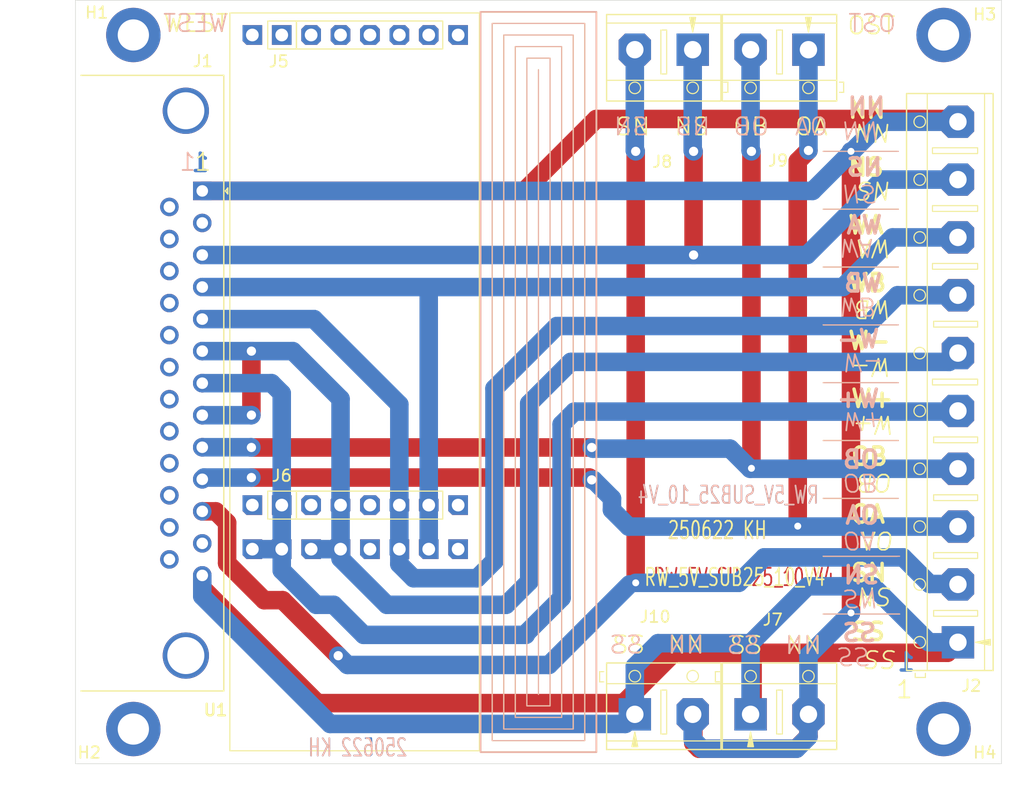
<source format=kicad_pcb>
(kicad_pcb (version 20240108) (generator "pcbnew") (generator_version "8.0")
  (layers (0 "F.Cu" signal) (31 "B.Cu" signal) (34 "B.Paste" user) (35 "F.Paste" user) (36 "B.SilkS" user "B.Silkscreen") (37 "F.SilkS" user "F.Silkscreen") (38 "B.Mask" user) (39 "F.Mask" user) (44 "Edge.Cuts" user))
  (net 0 "")
  (net 2 "/WB")
  (net 5 "/NN")
  (net 7 "/OB")
  (net 10 "/WA")
  (net 13 "/SN")
  (net 16 "/W-")
  (net 17 "/W+")
  (net 18 "/SS")
  (net 19 "/OA")
  (net 23 "/NS")
  (footprint "MountingHole:MountingHole_2.7mm_M2.5_DIN965_Pad_TopBottom" (layer "F.Cu") (at 102.9 87.94)
    (property "Reference" "H4" (at 3.556 2.032 0) (layer "F.SilkS"))
    (property "Value" "MountingHole" (hide yes))
    (pad "1" thru_hole circle (at 0 0) (size 3.1 3.1) (drill 2.7) (layers "*.Cu" "*.Mask"))
    (pad "1" connect circle (at 0 0) (size 4.7 4.7) (layers "F.Cu" "F.Mask"))
    (pad "1" connect circle (at 0 0) (size 4.7 4.7) (layers "B.Cu" "B.Mask"))
  )
  (footprint "_kh_library:Screw_Terminal_01x02_P5" (layer "F.Cu") (at 81.225 29.21 -90)
    (property "Reference" "J8" (at 9.69 2.625 0) (layer "F.SilkS"))
    (property "Value" "Screw_Terminal_01x02_P5" (hide yes))
    (fp_line (start -2.3 -2.44) (end -2.3 7.44) (stroke (width 0.1)) (layer "F.SilkS"))
    (fp_line (start 2.65 -2.44) (end 2.65 7.44) (stroke (width 0.1)) (layer "F.SilkS"))
    (fp_line (start 2.81 -3.04) (end 2.81 -2.68) (stroke (width 0.1)) (layer "F.SilkS"))
    (fp_line (start 2.81 -3.04) (end 3.69 -3.04) (stroke (width 0.1)) (layer "F.SilkS"))
    (fp_line (start 3.69 -3.04) (end 3.69 -2.68) (stroke (width 0.1)) (layer "F.SilkS"))
    (fp_rect (start -1.7 2.25) (end 2.1 2.75) (stroke (width 0.1)) (fill none) (layer "F.SilkS"))
    (fp_rect (start -3.04 -2.44) (end 4.44 7.44) (stroke (width 0.12)) (fill none) (layer "F.SilkS"))
    (fp_circle (center 3.3 5) (end 3.8 5) (stroke (width 0.1)) (fill none) (layer "F.SilkS"))
    (fp_circle (center 3.3 0) (end 3.8 0) (stroke (width 0.1)) (fill none) (layer "F.SilkS"))
    (fp_poly (pts (xy -2.794 -0.254) (xy -1.524 0) (xy -2.794 0.254)) (stroke (width 0.1)) (fill solid) (layer "F.SilkS"))
    (pad "1" thru_hole rect (at 0 0 270) (size 2.8 2.8) (drill 1.5) (layers "*.Cu" "*.Mask") (net 23 "/NS"))
    (pad "2" thru_hole roundrect (at 0 5 270) (size 2.8 2.8) (drill 1.5) (layers "*.Cu" "*.Mask") (roundrect_rratio 0) (chamfer_ratio 0.2) (chamfer top_left top_right bottom_left bottom_right) (net 13 "/SN"))
  )
  (footprint "_kh_library:Screw_Terminal_01x02_P5" (layer "F.Cu") (at 76.225 86.67 90)
    (property "Reference" "J10" (at 8.438 1.753 0) (layer "F.SilkS"))
    (property "Value" "Screw_Terminal_01x02_P5")
    (fp_line (start 3.69 -3.04) (end 3.69 -2.68) (stroke (width 0.1)) (layer "F.SilkS"))
    (fp_line (start 2.81 -3.04) (end 3.69 -3.04) (stroke (width 0.1)) (layer "F.SilkS"))
    (fp_line (start 2.81 -3.04) (end 2.81 -2.68) (stroke (width 0.1)) (layer "F.SilkS"))
    (fp_line (start 2.65 -2.44) (end 2.65 7.44) (stroke (width 0.1)) (layer "F.SilkS"))
    (fp_line (start -2.3 -2.44) (end -2.3 7.44) (stroke (width 0.1)) (layer "F.SilkS"))
    (fp_rect (start -3.04 -2.44) (end 4.44 7.44) (stroke (width 0.12)) (fill none) (layer "F.SilkS"))
    (fp_rect (start -1.7 2.25) (end 2.1 2.75) (stroke (width 0.1)) (fill none) (layer "F.SilkS"))
    (fp_circle (center 3.3 0) (end 3.8 0) (stroke (width 0.1)) (fill none) (layer "F.SilkS"))
    (fp_circle (center 3.3 5) (end 3.8 5) (stroke (width 0.1)) (fill none) (layer "F.SilkS"))
    (fp_poly (pts (xy -2.794 -0.254) (xy -1.524 0) (xy -2.794 0.254)) (stroke (width 0.1)) (fill solid) (layer "F.SilkS"))
    (pad "1" thru_hole rect (at 0 0 90) (size 2.8 2.8) (drill 1.5) (layers "*.Cu" "*.Mask") (net 18 "/SS"))
    (pad "2" thru_hole roundrect (at 0 5 90) (size 2.8 2.8) (drill 1.5) (layers "*.Cu" "*.Mask") (roundrect_rratio 0) (chamfer_ratio 0.2) (chamfer top_left top_right bottom_left bottom_right) (net 5 "/NN"))
  )
  (footprint "MountingHole:MountingHole_2.7mm_M2.5_DIN965_Pad_TopBottom" (layer "F.Cu") (at 102.9 27.94)
    (property "Reference" "H3" (at 3.556 -1.778 0) (layer "F.SilkS"))
    (property "Value" "MountingHole" (hide yes))
    (pad "1" thru_hole circle (at 0 0) (size 3.1 3.1) (drill 2.7) (layers "*.Cu" "*.Mask"))
    (pad "1" connect circle (at 0 0) (size 4.7 4.7) (layers "F.Cu" "F.Mask"))
    (pad "1" connect circle (at 0 0) (size 4.7 4.7) (layers "B.Cu" "B.Mask"))
  )
  (footprint "_kh_library:PinSocket_1x06_P2.54mm_Vertical_1.1_kh" (layer "F.Cu") (at 45.72 68.58 90)
    (property "Reference" "J6" (at 2.54 0 180) (layer "F.SilkS"))
    (property "Value" "Conn_01x06")
    (fp_line (start -1.21 1.27) (end 1.21 1.27) (stroke (width 0.12)) (layer "F.SilkS"))
    (fp_rect (start -1.21 -1.21) (end 1.21 13.91) (stroke (width 0.1)) (fill none) (layer "F.SilkS"))
    (pad "1" thru_hole rect (at 0 0 90) (size 1.7 1.7) (drill 1.1) (layers "*.Cu" "*.Mask") (net 17 "/W+"))
    (pad "2" thru_hole roundrect (at 0 2.54 90) (size 1.7 1.7) (drill 1.1) (layers "*.Cu" "*.Mask") (roundrect_rratio 0) (chamfer_ratio 0.2) (chamfer top_left top_right bottom_left bottom_right))
    (pad "3" thru_hole roundrect (at 0 5.08 90) (size 1.7 1.7) (drill 1.1) (layers "*.Cu" "*.Mask") (roundrect_rratio 0) (chamfer_ratio 0.2) (chamfer top_left top_right bottom_left bottom_right) (net 16 "/W-"))
    (pad "4" thru_hole roundrect (at 0 7.62 90) (size 1.7 1.7) (drill 1.1) (layers "*.Cu" "*.Mask") (roundrect_rratio 0) (chamfer_ratio 0.2) (chamfer top_left top_right bottom_left bottom_right))
    (pad "5" thru_hole roundrect (at 0 10.16 90) (size 1.7 1.7) (drill 1.1) (layers "*.Cu" "*.Mask") (roundrect_rratio 0) (chamfer_ratio 0.2) (chamfer top_left top_right bottom_left bottom_right) (net 2 "/WB"))
    (pad "6" thru_hole roundrect (at 0 12.7 90) (size 1.7 1.7) (drill 1.1) (layers "*.Cu" "*.Mask") (roundrect_rratio 0) (chamfer_ratio 0.2) (chamfer top_left top_right bottom_left bottom_right) (net 10 "/WA"))
  )
  (footprint "MountingHole:MountingHole_2.7mm_M2.5_DIN965_Pad_TopBottom" (layer "F.Cu") (at 32.9 27.94)
    (property "Reference" "H1" (at -3.17 -1.94 0) (layer "F.SilkS"))
    (property "Value" "MountingHole" (hide yes))
    (pad "1" thru_hole circle (at 0 0) (size 3.1 3.1) (drill 2.7) (layers "*.Cu" "*.Mask"))
    (pad "1" connect circle (at 0 0) (size 4.7 4.7) (layers "F.Cu" "F.Mask"))
    (pad "1" connect circle (at 0 0) (size 4.7 4.7) (layers "B.Cu" "B.Mask"))
  )
  (footprint "_kh_library:PinSocket_1x06_P2.54mm_Vertical_1.1_kh" (layer "F.Cu") (at 45.72 27.94 90)
    (property "Reference" "J5" (at -2.286 -0.254 180) (layer "F.SilkS"))
    (property "Value" "Conn_01x06")
    (fp_line (start -1.21 1.27) (end 1.21 1.27) (stroke (width 0.12)) (layer "F.SilkS"))
    (fp_rect (start -1.21 -1.21) (end 1.21 13.91) (stroke (width 0.1)) (fill none) (layer "F.SilkS"))
    (pad "1" thru_hole rect (at 0 0 90) (size 1.7 1.7) (drill 1.1) (layers "*.Cu" "*.Mask"))
    (pad "2" thru_hole roundrect (at 0 2.54 90) (size 1.7 1.7) (drill 1.1) (layers "*.Cu" "*.Mask") (roundrect_rratio 0) (chamfer_ratio 0.2) (chamfer top_left top_right bottom_left bottom_right))
    (pad "3" thru_hole roundrect (at 0 5.08 90) (size 1.7 1.7) (drill 1.1) (layers "*.Cu" "*.Mask") (roundrect_rratio 0) (chamfer_ratio 0.2) (chamfer top_left top_right bottom_left bottom_right))
    (pad "4" thru_hole roundrect (at 0 7.62 90) (size 1.7 1.7) (drill 1.1) (layers "*.Cu" "*.Mask") (roundrect_rratio 0) (chamfer_ratio 0.2) (chamfer top_left top_right bottom_left bottom_right))
    (pad "5" thru_hole roundrect (at 0 10.16 90) (size 1.7 1.7) (drill 1.1) (layers "*.Cu" "*.Mask") (roundrect_rratio 0) (chamfer_ratio 0.2) (chamfer top_left top_right bottom_left bottom_right))
    (pad "6" thru_hole roundrect (at 0 12.7 90) (size 1.7 1.7) (drill 1.1) (layers "*.Cu" "*.Mask") (roundrect_rratio 0) (chamfer_ratio 0.2) (chamfer top_left top_right bottom_left bottom_right))
  )
  (footprint "_kh_library:AC_5V_supply_6pol_PinsOnly" (layer "F.Cu") (at 43.18 72.39 90)
    (property "Reference" "U1" (at -13.91 -3.18 0) (layer "F.SilkS") (effects (font (thickness 0.2) (bold yes))))
    (property "Value" "~" (hide yes))
    (pad "1" thru_hole roundrect (at 0 0 90) (size 1.7 1.7) (drill 1.1) (layers "*.Cu" "*.Mask") (roundrect_rratio 0) (chamfer_ratio 0.2) (chamfer top_left) (net 17 "/W+"))
    (pad "2" thru_hole roundrect (at 0 2.54 90) (size 1.7 1.7) (drill 1.1) (layers "*.Cu" "*.Mask") (roundrect_rratio 0) (chamfer_ratio 0.2) (chamfer top_left) (net 17 "/W+"))
    (pad "3" thru_hole roundrect (at 0 5.08 90) (size 1.7 1.7) (drill 1.1) (layers "*.Cu" "*.Mask") (roundrect_rratio 0) (chamfer_ratio 0.2) (chamfer top_left) (net 16 "/W-"))
    (pad "4" thru_hole roundrect (at 0 7.62 90) (size 1.7 1.7) (drill 1.1) (layers "*.Cu" "*.Mask") (roundrect_rratio 0) (chamfer_ratio 0.2) (chamfer top_left) (net 16 "/W-"))
    (pad "5" thru_hole roundrect (at 0 10.16 90) (size 1.7 1.7) (drill 1.1) (layers "*.Cu" "*.Mask") (roundrect_rratio 0) (chamfer_ratio 0.2) (chamfer top_left))
    (pad "6" thru_hole roundrect (at 0 12.7 90) (size 1.7 1.7) (drill 1.1) (layers "*.Cu" "*.Mask") (roundrect_rratio 0) (chamfer_ratio 0.2) (chamfer top_left) (net 2 "/WB"))
    (pad "7" thru_hole roundrect (at 0 15.24 90) (size 1.7 1.7) (drill 1.1) (layers "*.Cu" "*.Mask") (roundrect_rratio 0) (chamfer_ratio 0.2) (chamfer top_left) (net 10 "/WA"))
    (pad "8" thru_hole roundrect (at 0 17.78 90) (size 1.7 1.7) (drill 1.1) (layers "*.Cu" "*.Mask") (roundrect_rratio 0) (chamfer_ratio 0.2) (chamfer top_left))
    (pad "9" thru_hole roundrect (at 3.81 0 90) (size 1.7 1.7) (drill 1.1) (layers "*.Cu" "*.Mask") (roundrect_rratio 0) (chamfer_ratio 0.2) (chamfer top_left))
    (pad "10" thru_hole roundrect (at 3.81 17.78 90) (size 1.7 1.7) (drill 1.1) (layers "*.Cu" "*.Mask") (roundrect_rratio 0) (chamfer_ratio 0.2) (chamfer top_left))
    (pad "11" thru_hole roundrect (at 44.45 0 90) (size 1.7 1.7) (drill 1.1) (layers "*.Cu" "*.Mask") (roundrect_rratio 0) (chamfer_ratio 0.2) (chamfer top_left))
    (pad "12" thru_hole roundrect (at 44.45 17.78 90) (size 1.7 1.7) (drill 1.1) (layers "*.Cu" "*.Mask") (roundrect_rratio 0) (chamfer_ratio 0.2) (chamfer top_left))
  )
  (footprint "_kh_library:DSUB-25_Male_Horizontal_P2.77x2.84mm_EdgePinOffset7.70mm_Housed_MountingHolesOffset9.12mm" (layer "F.Cu") (at 38.854 41.42 -90)
    (property "Reference" "J1" (at -11.22 -0.046 180) (layer "F.SilkS"))
    (property "Value" "DB25_Plug")
    (fp_line (start -9.99 10.48) (end -9.99 -1.86) (stroke (width 0.12)) (layer "F.SilkS"))
    (fp_line (start -9.99 -1.86) (end 43.23 -1.86) (stroke (width 0.12)) (layer "F.SilkS"))
    (fp_line (start 43.23 -1.86) (end 43.23 10.48) (stroke (width 0.12)) (layer "F.SilkS"))
    (fp_line (start 0 -2) (end -0.25 -2.2) (stroke (width 0.12)) (layer "F.SilkS"))
    (fp_line (start -0.25 -2.2) (end 0.25 -2.2) (stroke (width 0.12)) (layer "F.SilkS"))
    (fp_line (start 0.254 -2.2) (end 0 -2) (stroke (width 0.12)) (layer "F.SilkS"))
    (pad "0" thru_hole circle (at -6.93 1.42 270) (size 4 4) (drill 3.2) (layers "*.Cu" "*.Mask"))
    (pad "0" thru_hole circle (at 40.17 1.42 270) (size 4 4) (drill 3.2) (layers "*.Cu" "*.Mask"))
    (pad "1" thru_hole rect (at 0 0 270) (size 1.6 1.6) (drill 1) (layers "*.Cu" "*.Mask") (net 5 "/NN"))
    (pad "2" thru_hole circle (at 2.77 0 270) (size 1.6 1.6) (drill 1) (layers "*.Cu" "*.Mask"))
    (pad "3" thru_hole circle (at 5.54 0 270) (size 1.6 1.6) (drill 1) (layers "*.Cu" "*.Mask") (net 23 "/NS"))
    (pad "4" thru_hole circle (at 8.31 0 270) (size 1.6 1.6) (drill 1) (layers "*.Cu" "*.Mask") (net 10 "/WA"))
    (pad "5" thru_hole circle (at 11.08 0 270) (size 1.6 1.6) (drill 1) (layers "*.Cu" "*.Mask") (net 2 "/WB"))
    (pad "6" thru_hole circle (at 13.85 0 270) (size 1.6 1.6) (drill 1) (layers "*.Cu" "*.Mask") (net 16 "/W-"))
    (pad "7" thru_hole circle (at 16.62 0 270) (size 1.6 1.6) (drill 1) (layers "*.Cu" "*.Mask") (net 17 "/W+"))
    (pad "8" thru_hole circle (at 19.39 0 270) (size 1.6 1.6) (drill 1) (layers "*.Cu" "*.Mask") (net 16 "/W-"))
    (pad "9" thru_hole circle (at 22.16 0 270) (size 1.6 1.6) (drill 1) (layers "*.Cu" "*.Mask") (net 7 "/OB"))
    (pad "10" thru_hole circle (at 24.93 0 270) (size 1.6 1.6) (drill 1) (layers "*.Cu" "*.Mask") (net 19 "/OA"))
    (pad "11" thru_hole circle (at 27.7 0 270) (size 1.6 1.6) (drill 1) (layers "*.Cu" "*.Mask") (net 13 "/SN"))
    (pad "12" thru_hole circle (at 30.47 0 270) (size 1.6 1.6) (drill 1) (layers "*.Cu" "*.Mask"))
    (pad "13" thru_hole circle (at 33.24 0 270) (size 1.6 1.6) (drill 1) (layers "*.Cu" "*.Mask") (net 18 "/SS"))
    (pad "14" thru_hole circle (at 1.385 2.84 270) (size 1.6 1.6) (drill 1) (layers "*.Cu" "*.Mask"))
    (pad "15" thru_hole circle (at 4.155 2.84 270) (size 1.6 1.6) (drill 1) (layers "*.Cu" "*.Mask"))
    (pad "16" thru_hole circle (at 6.925 2.84 270) (size 1.6 1.6) (drill 1) (layers "*.Cu" "*.Mask"))
    (pad "17" thru_hole circle (at 9.695 2.84 270) (size 1.6 1.6) (drill 1) (layers "*.Cu" "*.Mask"))
    (pad "18" thru_hole circle (at 12.465 2.84 270) (size 1.6 1.6) (drill 1) (layers "*.Cu" "*.Mask"))
    (pad "19" thru_hole circle (at 15.235 2.84 270) (size 1.6 1.6) (drill 1) (layers "*.Cu" "*.Mask"))
    (pad "20" thru_hole circle (at 18.005 2.84 270) (size 1.6 1.6) (drill 1) (layers "*.Cu" "*.Mask"))
    (pad "21" thru_hole circle (at 20.775 2.84 270) (size 1.6 1.6) (drill 1) (layers "*.Cu" "*.Mask"))
    (pad "22" thru_hole circle (at 23.545 2.84 270) (size 1.6 1.6) (drill 1) (layers "*.Cu" "*.Mask"))
    (pad "23" thru_hole circle (at 26.315 2.84 270) (size 1.6 1.6) (drill 1) (layers "*.Cu" "*.Mask"))
    (pad "24" thru_hole circle (at 29.085 2.84 270) (size 1.6 1.6) (drill 1) (layers "*.Cu" "*.Mask"))
    (pad "25" thru_hole circle (at 31.855 2.84 270) (size 1.6 1.6) (drill 1) (layers "*.Cu" "*.Mask"))
  )
  (footprint "_kh_library:Screw_Terminal_01x02_P5" (layer "F.Cu") (at 86.225 86.67 90)
    (property "Reference" "J7" (at 8.184 1.913 0) (layer "F.SilkS"))
    (property "Value" "Screw_Terminal_01x02_P5" (hide yes))
    (fp_line (start 3.69 -3.04) (end 3.69 -2.68) (stroke (width 0.1)) (layer "F.SilkS"))
    (fp_line (start 2.81 -3.04) (end 3.69 -3.04) (stroke (width 0.1)) (layer "F.SilkS"))
    (fp_line (start 2.81 -3.04) (end 2.81 -2.68) (stroke (width 0.1)) (layer "F.SilkS"))
    (fp_line (start 2.65 -2.44) (end 2.65 7.44) (stroke (width 0.1)) (layer "F.SilkS"))
    (fp_line (start -2.3 -2.44) (end -2.3 7.44) (stroke (width 0.1)) (layer "F.SilkS"))
    (fp_rect (start -3.04 -2.44) (end 4.44 7.44) (stroke (width 0.12)) (fill none) (layer "F.SilkS"))
    (fp_rect (start -1.7 2.25) (end 2.1 2.75) (stroke (width 0.1)) (fill none) (layer "F.SilkS"))
    (fp_circle (center 3.3 0) (end 3.8 0) (stroke (width 0.1)) (fill none) (layer "F.SilkS"))
    (fp_circle (center 3.3 5) (end 3.8 5) (stroke (width 0.1)) (fill none) (layer "F.SilkS"))
    (fp_poly (pts (xy -2.794 -0.254) (xy -1.524 0) (xy -2.794 0.254)) (stroke (width 0.1)) (fill solid) (layer "F.SilkS"))
    (pad "1" thru_hole rect (at 0 0 90) (size 2.8 2.8) (drill 1.5) (layers "*.Cu" "*.Mask") (net 18 "/SS"))
    (pad "2" thru_hole roundrect (at 0 5 90) (size 2.8 2.8) (drill 1.5) (layers "*.Cu" "*.Mask") (roundrect_rratio 0) (chamfer_ratio 0.2) (chamfer top_left top_right bottom_left bottom_right) (net 5 "/NN"))
  )
  (footprint "MountingHole:MountingHole_2.7mm_M2.5_DIN965_Pad_TopBottom" (layer "F.Cu") (at 32.9 87.94)
    (property "Reference" "H2" (at -3.81 2.032 0) (layer "F.SilkS"))
    (property "Value" "MountingHole" (hide yes))
    (pad "1" thru_hole circle (at 0 0) (size 3.1 3.1) (drill 2.7) (layers "*.Cu" "*.Mask"))
    (pad "1" connect circle (at 0 0) (size 4.7 4.7) (layers "F.Cu" "F.Mask"))
    (pad "1" connect circle (at 0 0) (size 4.7 4.7) (layers "B.Cu" "B.Mask"))
  )
  (footprint "_kh_library:Screw_Terminal_01x10_P5" (layer "F.Cu") (at 104.14 80.44 180)
    (property "Reference" "J2" (at -1.16 -3.76 180) (layer "F.SilkS"))
    (property "Value" "Screw_Terminal_01x10_P5")
    (fp_line (start 3.69 -3.04) (end 3.69 -2.68) (stroke (width 0.1)) (layer "F.SilkS"))
    (fp_line (start 2.81 -3.04) (end 3.69 -3.04) (stroke (width 0.1)) (layer "F.SilkS"))
    (fp_line (start 2.81 -3.04) (end 2.81 -2.68) (stroke (width 0.1)) (layer "F.SilkS"))
    (fp_line (start 2.65 -2.44) (end 2.65 47.44) (stroke (width 0.1)) (layer "F.SilkS"))
    (fp_line (start -2.3 -2.44) (end -2.3 47.44) (stroke (width 0.1)) (layer "F.SilkS"))
    (fp_rect (start -1.7 42.25) (end 2.2 42.75) (stroke (width 0.1)) (fill none) (layer "F.SilkS"))
    (fp_rect (start -1.7 37.25) (end 2.2 37.75) (stroke (width 0.1)) (fill none) (layer "F.SilkS"))
    (fp_rect (start -1.7 32.25) (end 2.2 32.75) (stroke (width 0.1)) (fill none) (layer "F.SilkS"))
    (fp_rect (start -1.7 27.25) (end 2.1 27.75) (stroke (width 0.1)) (fill none) (layer "F.SilkS"))
    (fp_rect (start -1.7 22.25) (end 2.2 22.75) (stroke (width 0.1)) (fill none) (layer "F.SilkS"))
    (fp_rect (start -1.7 17.25) (end 2.1 17.75) (stroke (width 0.1)) (fill none) (layer "F.SilkS"))
    (fp_rect (start -1.7 12.25) (end 2.1 12.75) (stroke (width 0.1)) (fill none) (layer "F.SilkS"))
    (fp_rect (start -1.7 7.25) (end 2.1 7.75) (stroke (width 0.1)) (fill none) (layer "F.SilkS"))
    (fp_rect (start -1.7 2.25) (end 2.1 2.75) (stroke (width 0.1)) (fill none) (layer "F.SilkS"))
    (fp_rect (start -3.04 -2.44) (end 4.44 47.44) (stroke (width 0.12)) (fill none) (layer "F.SilkS"))
    (fp_circle (center 3.3 45) (end 3.8 45) (stroke (width 0.1)) (fill none) (layer "F.SilkS"))
    (fp_circle (center 3.3 40) (end 3.8 40) (stroke (width 0.1)) (fill none) (layer "F.SilkS"))
    (fp_circle (center 3.3 35) (end 3.8 35) (stroke (width 0.1)) (fill none) (layer "F.SilkS"))
    (fp_circle (center 3.3 30) (end 3.8 30) (stroke (width 0.1)) (fill none) (layer "F.SilkS"))
    (fp_circle (center 3.3 25) (end 3.8 25) (stroke (width 0.1)) (fill none) (layer "F.SilkS"))
    (fp_circle (center 3.3 20) (end 3.8 20) (stroke (width 0.1)) (fill none) (layer "F.SilkS"))
    (fp_circle (center 3.3 15) (end 3.8 15) (stroke (width 0.1)) (fill none) (layer "F.SilkS"))
    (fp_circle (center 3.3 10) (end 3.8 10) (stroke (width 0.1)) (fill none) (layer "F.SilkS"))
    (fp_circle (center 3.3 5) (end 3.8 5) (stroke (width 0.1)) (fill none) (layer "F.SilkS"))
    (fp_circle (center 3.3 0) (end 3.8 0) (stroke (width 0.1)) (fill none) (layer "F.SilkS"))
    (fp_poly (pts (xy -2.794 -0.254) (xy -1.524 0) (xy -2.794 0.254)) (stroke (width 0.1)) (fill solid) (layer "F.SilkS"))
    (pad "1" thru_hole rect (at 0 0 180) (size 2.8 2.8) (drill 1.5) (layers "*.Cu" "*.Mask") (net 18 "/SS"))
    (pad "2" thru_hole roundrect (at 0 5 180) (size 2.8 2.8) (drill 1.5) (layers "*.Cu" "*.Mask") (roundrect_rratio 0) (chamfer_ratio 0.2) (chamfer top_left top_right bottom_left bottom_right) (net 13 "/SN"))
    (pad "3" thru_hole roundrect (at 0 10 180) (size 2.8 2.8) (drill 1.5) (layers "*.Cu" "*.Mask") (roundrect_rratio 0) (chamfer_ratio 0.2) (chamfer top_left top_right bottom_left bottom_right) (net 19 "/OA"))
    (pad "4" thru_hole roundrect (at 0 15 180) (size 2.8 2.8) (drill 1.5) (layers "*.Cu" "*.Mask") (roundrect_rratio 0) (chamfer_ratio 0.2) (chamfer top_left top_right bottom_left bottom_right) (net 7 "/OB"))
    (pad "5" thru_hole roundrect (at 0 20 180) (size 2.8 2.8) (drill 1.5) (layers "*.Cu" "*.Mask") (roundrect_rratio 0) (chamfer_ratio 0.2) (chamfer top_left top_right bottom_left bottom_right) (net 17 "/W+"))
    (pad "6" thru_hole roundrect (at 0 25 180) (size 2.8 2.8) (drill 1.5) (layers "*.Cu" "*.Mask") (roundrect_rratio 0) (chamfer_ratio 0.2) (chamfer top_left top_right bottom_left bottom_right) (net 16 "/W-"))
    (pad "7" thru_hole roundrect (at 0 30 180) (size 2.8 2.8) (drill 1.5) (layers "*.Cu" "*.Mask") (roundrect_rratio 0) (chamfer_ratio 0.2) (chamfer top_left top_right bottom_left bottom_right) (net 2 "/WB"))
    (pad "8" thru_hole roundrect (at 0 35 180) (size 2.8 2.8) (drill 1.5) (layers "*.Cu" "*.Mask") (roundrect_rratio 0) (chamfer_ratio 0.2) (chamfer top_left top_right bottom_left bottom_right) (net 10 "/WA"))
    (pad "9" thru_hole roundrect (at 0 40 180) (size 2.8 2.8) (drill 1.5) (layers "*.Cu" "*.Mask") (roundrect_rratio 0) (chamfer_ratio 0.2) (chamfer top_left top_right bottom_left bottom_right) (net 23 "/NS"))
    (pad "10" thru_hole roundrect (at 0 45 180) (size 2.8 2.8) (drill 1.5) (layers "*.Cu" "*.Mask") (roundrect_rratio 0) (chamfer_ratio 0.2) (chamfer top_left top_right bottom_left bottom_right) (net 5 "/NN"))
  )
  (footprint "_kh_library:Screw_Terminal_01x02_P5" (layer "F.Cu") (at 91.225 29.21 -90)
    (property "Reference" "J9" (at 9.59 2.625 0) (layer "F.SilkS"))
    (property "Value" "Screw_Terminal_01x02_P5" (hide yes))
    (fp_line (start -2.3 -2.44) (end -2.3 7.44) (stroke (width 0.1)) (layer "F.SilkS"))
    (fp_line (start 2.65 -2.44) (end 2.65 7.44) (stroke (width 0.1)) (layer "F.SilkS"))
    (fp_line (start 2.81 -3.04) (end 2.81 -2.68) (stroke (width 0.1)) (layer "F.SilkS"))
    (fp_line (start 2.81 -3.04) (end 3.69 -3.04) (stroke (width 0.1)) (layer "F.SilkS"))
    (fp_line (start 3.69 -3.04) (end 3.69 -2.68) (stroke (width 0.1)) (layer "F.SilkS"))
    (fp_rect (start -1.7 2.25) (end 2.1 2.75) (stroke (width 0.1)) (fill none) (layer "F.SilkS"))
    (fp_rect (start -3.04 -2.44) (end 4.44 7.44) (stroke (width 0.12)) (fill none) (layer "F.SilkS"))
    (fp_circle (center 3.3 5) (end 3.8 5) (stroke (width 0.1)) (fill none) (layer "F.SilkS"))
    (fp_circle (center 3.3 0) (end 3.8 0) (stroke (width 0.1)) (fill none) (layer "F.SilkS"))
    (fp_poly (pts (xy -2.794 -0.254) (xy -1.524 0) (xy -2.794 0.254)) (stroke (width 0.1)) (fill solid) (layer "F.SilkS"))
    (pad "1" thru_hole rect (at 0 0 270) (size 2.8 2.8) (drill 1.5) (layers "*.Cu" "*.Mask") (net 19 "/OA"))
    (pad "2" thru_hole roundrect (at 0 5 270) (size 2.8 2.8) (drill 1.5) (layers "*.Cu" "*.Mask") (roundrect_rratio 0) (chamfer_ratio 0.2) (chamfer top_left top_right bottom_left bottom_right) (net 7 "/OB"))
  )
  (gr_line (start 67.9 30.94) (end 67.9 84.94) (stroke (width 0.1)) (layer "B.SilkS"))
  (gr_line (start 99 38) (end 92.5 38) (stroke (width 0.1)) (layer "B.SilkS"))
  (gr_rect (start 65.9 28.94) (end 69.9 86.94) (stroke (width 0.1)) (fill none) (layer "B.SilkS"))
  (gr_line (start 99 58) (end 92.5 58) (stroke (width 0.1)) (layer "B.SilkS"))
  (gr_line (start 99 48) (end 92.5 48) (stroke (width 0.1)) (layer "B.SilkS"))
  (gr_line (start 99 68) (end 92.5 68) (stroke (width 0.1)) (layer "B.SilkS"))
  (gr_line (start 99.1 78) (end 92.5 78) (stroke (width 0.1)) (layer "B.SilkS"))
  (gr_line (start 99.1 73) (end 92.5 73) (stroke (width 0.1)) (layer "B.SilkS"))
  (gr_line (start 99 43) (end 92.5 43) (stroke (width 0.1)) (layer "B.SilkS"))
  (gr_line (start 99 63) (end 92.5 63) (stroke (width 0.1)) (layer "B.SilkS"))
  (gr_rect (start 66.9 29.94) (end 68.9 85.94) (stroke (width 0.1)) (fill none) (layer "B.SilkS"))
  (gr_rect (start 62.9 25.94) (end 72.9 89.94) (stroke (width 0.15)) (fill none) (layer "B.SilkS"))
  (gr_rect (start 64.9 27.94) (end 70.9 87.94) (stroke (width 0.1)) (fill none) (layer "B.SilkS"))
  (gr_rect (start 63.9 26.94) (end 71.9 88.94) (stroke (width 0.1)) (fill none) (layer "B.SilkS"))
  (gr_line (start 99 53) (end 92.5 53) (stroke (width 0.1)) (layer "B.SilkS"))
  (gr_line (start 99.1 78) (end 92.5 78) (stroke (width 0.1)) (layer "F.SilkS"))
  (gr_line (start 99 43) (end 92.5 43) (stroke (width 0.1)) (layer "F.SilkS"))
  (gr_line (start 99 48) (end 92.5 48) (stroke (width 0.1)) (layer "F.SilkS"))
  (gr_rect (start 65.9 28.94) (end 69.9 86.94) (stroke (width 0.1)) (fill none) (layer "F.SilkS"))
  (gr_line (start 98.9 38) (end 92.5 38) (stroke (width 0.1)) (layer "F.SilkS"))
  (gr_line (start 98.9 73) (end 92.5 73) (stroke (width 0.1)) (layer "F.SilkS"))
  (gr_line (start 67.9 30.94) (end 67.9 84.94) (stroke (width 0.1)) (layer "F.SilkS"))
  (gr_rect (start 41.237 26.035) (end 62.791 89.819) (stroke (width 0.1)) (fill none) (layer "F.SilkS"))
  (gr_line (start 99 63) (end 92.5 63) (stroke (width 0.1)) (layer "F.SilkS"))
  (gr_rect (start 62.9 25.94) (end 72.9 89.94) (stroke (width 0.15)) (fill none) (layer "F.SilkS"))
  (gr_rect (start 64.9 27.94) (end 70.9 87.94) (stroke (width 0.1)) (fill none) (layer "F.SilkS"))
  (gr_line (start 98.9 53) (end 92.5 53) (stroke (width 0.1)) (layer "F.SilkS"))
  (gr_rect (start 66.9 29.94) (end 68.9 85.94) (stroke (width 0.1)) (fill none) (layer "F.SilkS"))
  (gr_rect (start 63.9 26.94) (end 71.9 88.94) (stroke (width 0.1)) (fill none) (layer "F.SilkS"))
  (gr_line (start 98.9 58) (end 92.5 58) (stroke (width 0.1)) (layer "F.SilkS"))
  (gr_line (start 98.9 68) (end 92.5 68) (stroke (width 0.1)) (layer "F.SilkS"))
  (gr_rect (start 27.9 24.94) (end 107.9 90.94) (stroke (width 0.05)) (fill none) (layer "Edge.Cuts"))
  (gr_text "250622 KH" (at 78.994 71.628 0) (layer "F.Cu") (effects (font (size 1.5 1) (thickness 0.15) (bold yes)) (justify left bottom)))
  (gr_text "RW_5V_SUB25_10_V4" (at 77.724 75.692 0) (layer "F.Cu") (effects (font (size 1.5 1) (thickness 0.15) (bold yes)) (justify left bottom)))
  (gr_text "1" (at 39.6 38.1 0) (layer "B.Cu") (effects (font (size 1.5 1.5) (thickness 0.3) (bold yes)) (justify left top mirror)))
  (gr_text "RW_5V_SUB25_10_V4" (at 92.202 68.58 0) (layer "B.Cu") (effects (font (size 1.5 1) (thickness 0.15) (bold yes)) (justify left bottom mirror)))
  (gr_text "250522 KH" (at 56.642 90.424 0) (layer "B.Cu") (effects (font (size 1.5 1) (thickness 0.15) (bold yes)) (justify left bottom mirror)))
  (gr_text "1" (at 100.584 81.28 0) (layer "B.Cu") (effects (font (size 1.5 1.5) (thickness 0.3) (bold yes)) (justify left top mirror)))
  (gr_text "OST" (at 98.9 27.8 0) (layer "B.SilkS") (effects (font (size 1.5 1.5)) (justify left bottom mirror)))
  (gr_text "SN" (at 77.508 36.74 0) (layer "B.SilkS") (effects (font (size 1.5 1.5)) (justify left bottom mirror)))
  (gr_text "WEST" (at 41.2 27.8 0) (layer "B.SilkS") (effects (font (size 1.5 1.5)) (justify left bottom mirror)))
  (gr_text "W+" (at 97.5 60.25 0) (layer "B.SilkS") (effects (font (size 1.5 1.5) (thickness 0.3) (bold yes)) (justify left bottom mirror)))
  (gr_text "SS" (at 97.25 80.5 0) (layer "B.SilkS") (effects (font (size 1.5 1.5) (thickness 0.3) (bold yes)) (justify left bottom mirror)))
  (gr_text "RW_5V_SUB25_10_V4" (at 92.202 68.58 0) (layer "B.SilkS") (effects (font (size 1.5 1) (thickness 0.15) (bold yes)) (justify left bottom mirror)))
  (gr_text "NN" (at 98 35 0) (layer "B.SilkS") (effects (font (size 1.5 1.5) (thickness 0.3) (bold yes)) (justify left bottom mirror)))
  (gr_text "SS" (at 93.5 80.75 180) (layer "B.SilkS") (effects (font (size 1.5 1.5) (thickness 0.15) (italic yes)) (justify left bottom mirror)))
  (gr_text "NN" (at 93.948 35.284 180) (layer "B.SilkS") (effects (font (size 1.5 1.5) (thickness 0.15) (italic yes)) (justify left bottom mirror)))
  (gr_text "WB" (at 93.694 50.524 180) (layer "B.SilkS") (effects (font (size 1.5 1.5) (thickness 0.15) (italic yes)) (justify left bottom mirror)))
  (gr_text "SN" (at 97.504 75.5 0) (layer "B.SilkS") (effects (font (size 1.5 1.5) (thickness 0.3) (bold yes)) (justify left bottom mirror)))
  (gr_text "NN" (at 82.296 81.534 0) (layer "B.SilkS") (effects (font (size 1.5 1.5)) (justify left bottom mirror)))
  (gr_text "OB" (at 97.504 65.51 0) (layer "B.SilkS") (effects (font (size 1.5 1.5) (thickness 0.3) (bold yes)) (justify left bottom mirror)))
  (gr_text "OA" (at 97.504 70.336 0) (layer "B.SilkS") (effects (font (size 1.5 1.5) (thickness 0.3) (bold yes)) (justify left bottom mirror)))
  (gr_text "SS" (at 87.106 81.57 0) (layer "B.SilkS") (effects (font (size 1.5 1.5)) (justify left bottom mirror)))
  (gr_text "SS" (at 76.962 81.534 0) (layer "B.SilkS") (effects (font (size 1.5 1.5)) (justify left bottom mirror)))
  (gr_text "NS" (at 82.842 36.74 0) (layer "B.SilkS") (effects (font (size 1.5 1.5)) (justify left bottom mirror)))
  (gr_text "250622 KH" (at 56.642 90.424 0) (layer "B.SilkS") (effects (font (size 1.5 1) (thickness 0.15) (bold yes)) (justify left bottom mirror)))
  (gr_text "OB" (at 87.922 36.74 0) (layer "B.SilkS") (effects (font (size 1.5 1.5)) (justify left bottom mirror)))
  (gr_text "OA" (at 93.002 36.74 0) (layer "B.SilkS") (effects (font (size 1.5 1.5)) (justify left bottom mirror)))
  (gr_text "1" (at 38.4 39.8 0) (layer "B.SilkS") (effects (font (size 1.5 1.5)) (justify left bottom mirror)))
  (gr_text "W-" (at 97.5 55.096 0) (layer "B.SilkS") (effects (font (size 1.5 1.5) (thickness 0.3) (bold yes)) (justify left bottom mirror)))
  (gr_text "WA" (at 93.694 45.444 180) (layer "B.SilkS") (effects (font (size 1.5 1.5) (thickness 0.15) (italic yes)) (justify left bottom mirror)))
  (gr_text "WA" (at 97.75 45.25 0) (layer "B.SilkS") (effects (font (size 1.5 1.5) (thickness 0.3) (bold yes)) (justify left bottom mirror)))
  (gr_text "OB" (at 94 65.75 180) (layer "B.SilkS") (effects (font (size 1.5 1.5) (thickness 0.15) (italic yes)) (justify left bottom mirror)))
  (gr_text "NS" (at 93.948 40.75 180) (layer "B.SilkS") (effects (font (size 1.5 1.5) (thickness 0.15) (italic yes)) (justify left bottom mirror)))
  (gr_text "OA" (at 94 70.75 180) (layer "B.SilkS") (effects (font (size 1.5 1.5) (thickness 0.15) (italic yes)) (justify left bottom mirror)))
  (gr_text "W-" (at 94 55.35 180) (layer "B.SilkS") (effects (font (size 1.5 1.5) (thickness 0.15) (italic yes)) (justify left bottom mirror)))
  (gr_text "NN" (at 92.44 81.57 0) (layer "B.SilkS") (effects (font (size 1.5 1.5)) (justify left bottom mirror)))
  (gr_text "NS" (at 97.75 40.25 0) (layer "B.SilkS") (effects (font (size 1.5 1.5) (thickness 0.3) (bold yes)) (justify left bottom mirror)))
  (gr_text "W+" (at 94 60.43 180) (layer "B.SilkS") (effects (font (size 1.5 1.5) (thickness 0.15) (italic yes)) (justify left bottom mirror)))
  (gr_text "WB" (at 97.75 50.27 0) (layer "B.SilkS") (effects (font (size 1.5 1.5) (thickness 0.3) (bold yes)) (justify left bottom mirror)))
  (gr_text "SN" (at 94 75.75 180) (layer "B.SilkS") (effects (font (size 1.5 1.5) (thickness 0.15) (italic yes)) (justify left bottom mirror)))
  (gr_text "SN" (at 94.75 75.32 0) (layer "F.SilkS") (effects (font (size 1.5 1.5) (thickness 0.3) (bold yes)) (justify left bottom)))
  (gr_text "W+" (at 94.75 60.25 0) (layer "F.SilkS") (effects (font (size 1.5 1.5) (thickness 0.3) (bold yes)) (justify left bottom)))
  (gr_text "NN" (at 98.5 35.5 180) (layer "F.SilkS") (effects (font (size 1.5 1.5) (thickness 0.15) (italic yes)) (justify left bottom)))
  (gr_text "OB" (at 94.75 65.25 0) (layer "F.SilkS") (effects (font (size 1.5 1.5) (thickness 0.3) (bold yes)) (justify left bottom)))
  (gr_text "NS" (at 98.5 40.5 180) (layer "F.SilkS") (effects (font (size 1.5 1.5) (thickness 0.15) (italic yes)) (justify left bottom)))
  (gr_text "WA" (at 94.5 45.25 0) (layer "F.SilkS") (effects (font (size 1.5 1.5) (thickness 0.3) (bold yes)) (justify left bottom)))
  (gr_text "250622 KH" (at 78.994 71.628 0) (layer "F.SilkS") (effects (font (size 1.5 1) (thickness 0.15) (bold yes)) (justify left bottom)))
  (gr_text "OB" (at 98.602 65.75 180) (layer "F.SilkS") (effects (font (size 1.5 1.5) (thickness 0.15) (italic yes)) (justify left bottom)))
  (gr_text "SS" (at 99 81 180) (layer "F.SilkS") (effects (font (size 1.5 1.5) (thickness 0.15) (italic yes)) (justify left bottom)))
  (gr_text "NN" (at 78.994 81.534 0) (layer "F.SilkS") (effects (font (size 1.5 1.5)) (justify left bottom)))
  (gr_text "OA" (at 94.75 70.25 0) (layer "F.SilkS") (effects (font (size 1.5 1.5) (thickness 0.3) (bold yes)) (justify left bottom)))
  (gr_text "1" (at 98.7 85.4 0) (layer "F.SilkS") (effects (font (size 1.5 1.5)) (justify left bottom)))
  (gr_text "OA" (at 98.75 70.75 180) (layer "F.SilkS") (effects (font (size 1.5 1.5) (thickness 0.15) (italic yes)) (justify left bottom)))
  (gr_text "WEST" (at 35.4 27.8 0) (layer "F.SilkS") (effects (font (size 1.5 1.5)) (justify left bottom)))
  (gr_text "NS" (at 94.5 40.25 0) (layer "F.SilkS") (effects (font (size 1.5 1.5) (thickness 0.3) (bold yes)) (justify left bottom)))
  (gr_text "RW_5V_SUB25_10_V4" (at 76.962 75.692 0) (layer "F.SilkS") (effects (font (size 1.5 1) (thickness 0.15) (bold yes)) (justify left bottom)))
  (gr_text "OST" (at 94.5 28 0) (layer "F.SilkS") (effects (font (size 1.5 1.5)) (justify left bottom)))
  (gr_text "NN" (at 94.5 35.25 0) (layer "F.SilkS") (effects (font (size 1.5 1.5) (thickness 0.3) (bold yes)) (justify left bottom)))
  (gr_text "W+" (at 98.75 60.75 180) (layer "F.SilkS") (effects (font (size 1.5 1.5) (thickness 0.15) (italic yes)) (justify left bottom)))
  (gr_text "WB" (at 98.5 50.75 180) (layer "F.SilkS") (effects (font (size 1.5 1.5) (thickness 0.15) (italic yes)) (justify left bottom)))
  (gr_text "NS" (at 79.54 36.74 0) (layer "F.SilkS") (effects (font (size 1.5 1.5)) (justify left bottom)))
  (gr_text "W-" (at 94.5 55.25 0) (layer "F.SilkS") (effects (font (size 1.5 1.5) (thickness 0.3) (bold yes)) (justify left bottom)))
  (gr_text "OA" (at 89.954 36.74 0) (layer "F.SilkS") (effects (font (size 1.5 1.5)) (justify left bottom)))
  (gr_text "W-" (at 98.5 55.75 180) (layer "F.SilkS") (effects (font (size 1.5 1.5) (thickness 0.15) (italic yes)) (justify left bottom)))
  (gr_text "SN" (at 74.46 36.74 0) (layer "F.SilkS") (effects (font (size 1.5 1.5)) (justify left bottom)))
  (gr_text "NN" (at 89.138 81.57 0) (layer "F.SilkS") (effects (font (size 1.5 1.5)) (justify left bottom)))
  (gr_text "SS" (at 94.75 80.4 0) (layer "F.SilkS") (effects (font (size 1.5 1.5) (thickness 0.3) (bold yes)) (justify left bottom)))
  (gr_text "SN" (at 98.602 75.574 180) (layer "F.SilkS") (effects (font (size 1.5 1.5) (thickness 0.15) (italic yes)) (justify left bottom)))
  (gr_text "1" (at 38.1 39.8 0) (layer "F.SilkS") (effects (font (size 1.5 1.5)) (justify left bottom)))
  (gr_text "SS" (at 74.168 81.534 0) (layer "F.SilkS") (effects (font (size 1.5 1.5)) (justify left bottom)))
  (gr_text "WB" (at 94.5 50.25 0) (layer "F.SilkS") (effects (font (size 1.5 1.5) (thickness 0.3) (bold yes)) (justify left bottom)))
  (gr_text "OB" (at 84.62 36.74 0) (layer "F.SilkS") (effects (font (size 1.5 1.5)) (justify left bottom)))
  (gr_text "SS" (at 84.312 81.57 0) (layer "F.SilkS") (effects (font (size 1.5 1.5)) (justify left bottom)))
  (gr_text "WA" (at 98.5 45.5 180) (layer "F.SilkS") (effects (font (size 1.5 1.5) (thickness 0.15) (italic yes)) (justify left bottom)))
  (segment (start 55.88 59.88) (end 55.88 68.58) (width 1.6) (layer "B.Cu") (net 2))
  (segment (start 64.1 58.5) (end 64.1 73.4) (width 1.6) (layer "B.Cu") (net 2))
  (segment (start 55.88 72.39) (end 55.88 68.58) (width 1.6) (layer "B.Cu") (net 2))
  (segment (start 57.1 74.9) (end 55.88 73.68) (width 1.6) (layer "B.Cu") (net 2))
  (segment (start 96.26 53.1) (end 69.5 53.1) (width 1.6) (layer "B.Cu") (net 2))
  (segment (start 64.1 73.4) (end 62.6 74.9) (width 1.6) (layer "B.Cu") (net 2))
  (segment (start 69.5 53.1) (end 64.1 58.5) (width 1.6) (layer "B.Cu") (net 2))
  (segment (start 98.92 50.44) (end 96.26 53.1) (width 1.6) (layer "B.Cu") (net 2))
  (segment (start 104.14 50.44) (end 98.92 50.44) (width 1.6) (layer "B.Cu") (net 2))
  (segment (start 62.6 74.9) (end 57.1 74.9) (width 1.6) (layer "B.Cu") (net 2))
  (segment (start 55.88 73.68) (end 55.88 72.39) (width 1.6) (layer "B.Cu") (net 2))
  (segment (start 38.854 52.5) (end 48.5 52.5) (width 1.6) (layer "B.Cu") (net 2))
  (segment (start 48.5 52.5) (end 55.88 59.88) (width 1.6) (layer "B.Cu") (net 2))
  (segment (start 72.9 35.2) (end 103.9 35.2) (width 1.6) (layer "F.Cu") (net 5))
  (segment (start 91.225 86.67) (end 91.225 88.585) (width 1.6) (layer "F.Cu") (net 5))
  (segment (start 81.766 89.64) (end 81.28 89.154) (width 1.6) (layer "F.Cu") (net 5))
  (segment (start 94.9 38) (end 94.9 77.9) (width 1.6) (layer "F.Cu") (net 5))
  (segment (start 90.17 89.64) (end 81.766 89.64) (width 1.6) (layer "F.Cu") (net 5))
  (segment (start 81.28 89.154) (end 81.28 86.725) (width 1.6) (layer "F.Cu") (net 5))
  (segment (start 91.225 88.585) (end 90.17 89.64) (width 1.6) (layer "F.Cu") (net 5))
  (segment (start 38.854 41.42) (end 66.68 41.42) (width 1.6) (layer "F.Cu") (net 5))
  (segment (start 66.68 41.42) (end 72.9 35.2) (width 1.6) (layer "F.Cu") (net 5))
  (via (at 94.9 38) (size 1.2) (drill 0.6) (layers "F.Cu" "B.Cu") (net 5))
  (via (at 94.9 77.9) (size 1.2) (drill 0.6) (layers "F.Cu" "B.Cu") (net 5))
  (segment (start 94.9 38) (end 94.9 38.1) (width 1.6) (layer "B.Cu") (net 5))
  (segment (start 81.225 86.67) (end 81.225 88.845) (width 1.6) (layer "B.Cu") (net 5))
  (segment (start 91.225 86.67) (end 91.225 88.607) (width 1.6) (layer "B.Cu") (net 5))
  (segment (start 91.58 41.42) (end 38.854 41.42) (width 1.6) (layer "B.Cu") (net 5))
  (segment (start 91.225 86.67) (end 91.225 81.575) (width 1.6) (layer "B.Cu") (net 5))
  (segment (start 91.225 81.575) (end 94.9 77.9) (width 1.6) (layer "B.Cu") (net 5))
  (segment (start 90.192 89.64) (end 82.02 89.64) (width 1.6) (layer "B.Cu") (net 5))
  (segment (start 95 38) (end 94.9 38) (width 1.6) (layer "B.Cu") (net 5))
  (segment (start 104.14 35.44) (end 97.56 35.44) (width 1.6) (layer "B.Cu") (net 5))
  (segment (start 81.225 88.845) (end 82.02 89.64) (width 1.6) (layer "B.Cu") (net 5))
  (segment (start 94.9 38.1) (end 91.58 41.42) (width 1.6) (layer "B.Cu") (net 5))
  (segment (start 91.225 88.607) (end 90.192 89.64) (width 1.6) (layer "B.Cu") (net 5))
  (segment (start 97.56 35.44) (end 95 38) (width 1.6) (layer "B.Cu") (net 5))
  (segment (start 72.5 63.6) (end 43.1 63.6) (width 1.6) (layer "F.Cu") (net 7))
  (segment (start 86.3 38) (end 86.3 65.4) (width 1.6) (layer "F.Cu") (net 7))
  (via (at 86.3 38) (size 1.4) (drill 0.8) (layers "F.Cu" "B.Cu") (net 7))
  (via (at 72.5 63.6) (size 1.4) (drill 0.8) (layers "F.Cu" "B.Cu") (net 7))
  (via (at 86.3 65.4) (size 1.2) (drill 0.6) (layers "F.Cu" "B.Cu") (net 7))
  (via (at 43.1 63.6) (size 1.4) (drill 0.8) (layers "F.Cu" "B.Cu") (net 7))
  (segment (start 86.19 65.44) (end 84.45 63.7) (width 1.6) (layer "B.Cu") (net 7))
  (segment (start 86.225 29.21) (end 86.225 37.925) (width 1.6) (layer "B.Cu") (net 7))
  (segment (start 84.45 63.7) (end 72.6 63.7) (width 1.6) (layer "B.Cu") (net 7))
  (segment (start 104.14 65.44) (end 86.19 65.44) (width 1.6) (layer "B.Cu") (net 7))
  (segment (start 72.6 63.7) (end 72.5 63.6) (width 1.6) (layer "B.Cu") (net 7))
  (segment (start 38.854 63.58) (end 43.08 63.58) (width 1.6) (layer "B.Cu") (net 7))
  (segment (start 43.08 63.58) (end 43.1 63.6) (width 1.6) (layer "B.Cu") (net 7))
  (segment (start 86.225 37.925) (end 86.3 38) (width 1.6) (layer "B.Cu") (net 7))
  (segment (start 104.14 45.44) (end 98.49 45.44) (width 1.6) (layer "B.Cu") (net 10))
  (segment (start 58.42 68.58) (end 58.42 49.75) (width 1.6) (layer "B.Cu") (net 10))
  (segment (start 58.42 72.39) (end 58.42 68.58) (width 1.6) (layer "B.Cu") (net 10))
  (segment (start 94.2 49.73) (end 38.854 49.73) (width 1.6) (layer "B.Cu") (net 10))
  (segment (start 98.49 45.44) (end 94.2 49.73) (width 1.6) (layer "B.Cu") (net 10))
  (segment (start 76.3 38) (end 76.3 75.3) (width 1.6) (layer "F.Cu") (net 13))
  (segment (start 41 70.1) (end 40.02 69.12) (width 1.6) (layer "F.Cu") (net 13))
  (segment (start 45.8 76.8) (end 44.2 76.8) (width 1.6) (layer "F.Cu") (net 13))
  (segment (start 50.6 81.6) (end 45.8 76.8) (width 1.6) (layer "F.Cu") (net 13))
  (segment (start 41 73.6) (end 41 70.1) (width 1.6) (layer "F.Cu") (net 13))
  (segment (start 44.2 76.8) (end 41 73.6) (width 1.6) (layer "F.Cu") (net 13))
  (segment (start 40.02 69.12) (end 38.854 69.12) (width 1.6) (layer "F.Cu") (net 13))
  (via (at 76.3 75.3) (size 1.2) (drill 0.6) (layers "F.Cu" "B.Cu") (net 13))
  (via (at 50.6 81.6) (size 1.4) (drill 0.8) (layers "F.Cu" "B.Cu") (net 13))
  (via (at 76.3 38) (size 1.4) (drill 0.8) (layers "F.Cu" "B.Cu") (net 13))
  (segment (start 104.1 75.4) (end 101.7 75.4) (width 1.6) (layer "B.Cu") (net 13))
  (segment (start 85.2 75.3) (end 76.3 75.3) (width 1.6) (layer "B.Cu") (net 13))
  (segment (start 68.8 82.4) (end 51.4 82.4) (width 1.6) (layer "B.Cu") (net 13))
  (segment (start 51.4 82.4) (end 50.6 81.6) (width 1.6) (layer "B.Cu") (net 13))
  (segment (start 99.4 73.1) (end 87.4 73.1) (width 1.6) (layer "B.Cu") (net 13))
  (segment (start 75.76 75.44) (end 68.8 82.4) (width 1.6) (layer "B.Cu") (net 13))
  (segment (start 87.4 73.1) (end 85.2 75.3) (width 1.6) (layer "B.Cu") (net 13))
  (segment (start 76.225 37.925) (end 76.3 38) (width 1.6) (layer "B.Cu") (net 13))
  (segment (start 101.7 75.4) (end 99.4 73.1) (width 1.6) (layer "B.Cu") (net 13))
  (segment (start 76.225 29.21) (end 76.225 37.925) (width 1.6) (layer "B.Cu") (net 13))
  (segment (start 43.1 60.8) (end 43.1 55.27) (width 1.6) (layer "F.Cu") (net 16))
  (via (at 43.1 55.27) (size 1.4) (drill 0.8) (layers "F.Cu" "B.Cu") (net 16))
  (via (at 43.1 60.8) (size 1.4) (drill 0.8) (layers "F.Cu" "B.Cu") (net 16))
  (segment (start 70.7 56.2) (end 103.38 56.2) (width 1.6) (layer "B.Cu") (net 16))
  (segment (start 67.1 75.2) (end 67.1 59.8) (width 1.6) (layer "B.Cu") (net 16))
  (segment (start 43.1 55.27) (end 46.67 55.27) (width 1.6) (layer "B.Cu") (net 16))
  (segment (start 38.854 55.27) (end 43.1 55.27) (width 1.6) (layer "B.Cu") (net 16))
  (segment (start 50.8 59.4) (end 50.8 68.58) (width 1.6) (layer "B.Cu") (net 16))
  (segment (start 38.854 60.81) (end 43.09 60.81) (width 1.6) (layer "B.Cu") (net 16))
  (segment (start 50.8 72.39) (end 48.26 72.39) (width 1.6) (layer "B.Cu") (net 16))
  (segment (start 67.1 59.8) (end 70.7 56.2) (width 1.6) (layer "B.Cu") (net 16))
  (segment (start 50.8 72.39) (end 50.8 68.58) (width 1.6) (layer "B.Cu") (net 16))
  (segment (start 54.8 77.2) (end 65.1 77.2) (width 1.6) (layer "B.Cu") (net 16))
  (segment (start 65.1 77.2) (end 67.1 75.2) (width 1.6) (layer "B.Cu") (net 16))
  (segment (start 50.8 72.39) (end 50.8 73.2) (width 1.6) (layer "B.Cu") (net 16))
  (segment (start 46.67 55.27) (end 50.8 59.4) (width 1.6) (layer "B.Cu") (net 16))
  (segment (start 103.38 56.2) (end 104.14 55.44) (width 1.6) (layer "B.Cu") (net 16))
  (segment (start 50.8 73.2) (end 54.8 77.2) (width 1.6) (layer "B.Cu") (net 16))
  (segment (start 43.09 60.81) (end 43.1 60.8) (width 1.6) (layer "B.Cu") (net 16))
  (segment (start 38.854 58.04) (end 44.84 58.04) (width 1.6) (layer "B.Cu") (net 17))
  (segment (start 52.8 79.8) (end 66.8 79.8) (width 1.6) (layer "B.Cu") (net 17))
  (segment (start 66.8 79.8) (end 66.8 79.7) (width 1.6) (layer "B.Cu") (net 17))
  (segment (start 45.72 74.22) (end 48.7 77.2) (width 1.6) (layer "B.Cu") (net 17))
  (segment (start 45.72 72.39) (end 45.72 74.22) (width 1.6) (layer "B.Cu") (net 17))
  (segment (start 44.84 58.04) (end 45.72 58.92) (width 1.6) (layer "B.Cu") (net 17))
  (segment (start 45.72 58.92) (end 45.72 68.58) (width 1.6) (layer "B.Cu") (net 17))
  (segment (start 69.9 61.6) (end 71 60.5) (width 1.6) (layer "B.Cu") (net 17))
  (segment (start 45.72 72.39) (end 43.18 72.39) (width 1.6) (layer "B.Cu") (net 17))
  (segment (start 48.7 77.2) (end 50.2 77.2) (width 1.6) (layer "B.Cu") (net 17))
  (segment (start 45.72 72.39) (end 45.72 68.58) (width 1.6) (layer "B.Cu") (net 17))
  (segment (start 69.9 76.6) (end 69.9 61.6) (width 1.6) (layer "B.Cu") (net 17))
  (segment (start 50.2 77.2) (end 52.8 79.8) (width 1.6) (layer "B.Cu") (net 17))
  (segment (start 71 60.5) (end 104.08 60.5) (width 1.6) (layer "B.Cu") (net 17))
  (segment (start 66.8 79.7) (end 69.9 76.6) (width 1.6) (layer "B.Cu") (net 17))
  (segment (start 75.255 85.7) (end 76.225 86.67) (width 1.6) (layer "F.Cu") (net 18))
  (segment (start 86.4 81.35) (end 86.4 86.495) (width 1.6) (layer "F.Cu") (net 18))
  (segment (start 48.8 85.7) (end 75.255 85.7) (width 1.6) (layer "F.Cu") (net 18))
  (segment (start 79.605 81.35) (end 86.4 81.35) (width 1.6) (layer "F.Cu") (net 18))
  (segment (start 75.255 85.7) (end 79.605 81.35) (width 1.6) (layer "F.Cu") (net 18))
  (segment (start 38.854 75.754) (end 48.8 85.7) (width 1.6) (layer "F.Cu") (net 18))
  (segment (start 38.854 74.66) (end 38.854 75.754) (width 1.6) (layer "F.Cu") (net 18))
  (segment (start 104.14 80.44) (end 103.23 81.35) (width 1.6) (layer "F.Cu") (net 18))
  (segment (start 103.23 81.35) (end 86.4 81.35) (width 1.6) (layer "F.Cu") (net 18))
  (segment (start 78.232 80.518) (end 86.222 80.518) (width 1.6) (layer "B.Cu") (net 18))
  (segment (start 75.395 87.5) (end 76.225 86.67) (width 1.6) (layer "B.Cu") (net 18))
  (segment (start 49.9 87.5) (end 75.395 87.5) (width 1.6) (layer "B.Cu") (net 18))
  (segment (start 86.222 80.518) (end 86.225 80.515) (width 1.6) (layer "B.Cu") (net 18))
  (segment (start 38.854 74.66) (end 38.854 76.454) (width 1.6) (layer "B.Cu") (net 18))
  (segment (start 96.8 75.6) (end 91.14 75.6) (width 1.6) (layer "B.Cu") (net 18))
  (segment (start 86.225 80.515) (end 91.14 75.6) (width 1.6) (layer "B.Cu") (net 18))
  (segment (start 76.225 82.525) (end 78.232 80.518) (width 1.6) (layer "B.Cu") (net 18))
  (segment (start 38.854 76.454) (end 49.9 87.5) (width 1.6) (layer "B.Cu") (net 18))
  (segment (start 104.14 80.44) (end 101.64 80.44) (width 1.6) (layer "B.Cu") (net 18))
  (segment (start 76.225 86.67) (end 76.225 82.525) (width 1.6) (layer "B.Cu") (net 18))
  (segment (start 86.225 86.67) (end 86.225 80.515) (width 1.6) (layer "B.Cu") (net 18))
  (segment (start 101.64 80.44) (end 96.8 75.6) (width 1.6) (layer "B.Cu") (net 18))
  (segment (start 90.3 38.85) (end 90.3 70.4) (width 1.6) (layer "F.Cu") (net 19))
  (segment (start 43.1 66.2) (end 72.3 66.2) (width 1.6) (layer "F.Cu") (net 19))
  (segment (start 72.3 66.2) (end 72.5 66.4) (width 1.6) (layer "F.Cu") (net 19))
  (segment (start 91.225 37.925) (end 90.3 38.85) (width 1.6) (layer "F.Cu") (net 19))
  (via (at 91.225 37.925) (size 1.4) (drill 0.8) (layers "F.Cu" "B.Cu") (net 19))
  (via (at 72.5 66.4) (size 1.4) (drill 0.8) (layers "F.Cu" "B.Cu") (net 19))
  (via (at 90.3 70.4) (size 1.2) (drill 0.6) (layers "F.Cu" "B.Cu") (net 19))
  (via (at 43.1 66.2) (size 1.4) (drill 0.8) (layers "F.Cu" "B.Cu") (net 19))
  (segment (start 43.1 66.2) (end 39.004 66.2) (width 1.6) (layer "B.Cu") (net 19))
  (segment (start 104.14 70.44) (end 75.69 70.44) (width 1.6) (layer "B.Cu") (net 19))
  (segment (start 39.004 66.2) (end 38.854 66.35) (width 1.6) (layer "B.Cu") (net 19))
  (segment (start 75.69 70.44) (end 74.25 69) (width 1.6) (layer "B.Cu") (net 19))
  (segment (start 74.25 69) (end 74.25 68) (width 1.6) (layer "B.Cu") (net 19))
  (segment (start 72.65 66.4) (end 72.5 66.4) (width 1.6) (layer "B.Cu") (net 19))
  (segment (start 91.225 37.925) (end 91.225 29.21) (width 1.6) (layer "B.Cu") (net 19))
  (segment (start 74.25 68) (end 72.65 66.4) (width 1.6) (layer "B.Cu") (net 19))
  (segment (start 81.3 38) (end 81.3 46.96) (width 1.6) (layer "F.Cu") (net 23))
  (via (at 81.3 38) (size 1.4) (drill 0.8) (layers "F.Cu" "B.Cu") (net 23))
  (via (at 81.3 46.96) (size 1.4) (drill 0.8) (layers "F.Cu" "B.Cu") (net 23))
  (segment (start 97.62 40.44) (end 91.1 46.96) (width 1.6) (layer "B.Cu") (net 23))
  (segment (start 81.225 37.925) (end 81.3 38) (width 1.6) (layer "B.Cu") (net 23))
  (segment (start 81.3 46.96) (end 91.1 46.96) (width 1.6) (layer "B.Cu") (net 23))
  (segment (start 81.225 29.21) (end 81.225 37.925) (width 1.6) (layer "B.Cu") (net 23))
  (segment (start 38.854 46.96) (end 81.3 46.96) (width 1.6) (layer "B.Cu") (net 23))
  (segment (start 104.14 40.44) (end 97.62 40.44) (width 1.6) (layer "B.Cu") (net 23))
)
</source>
